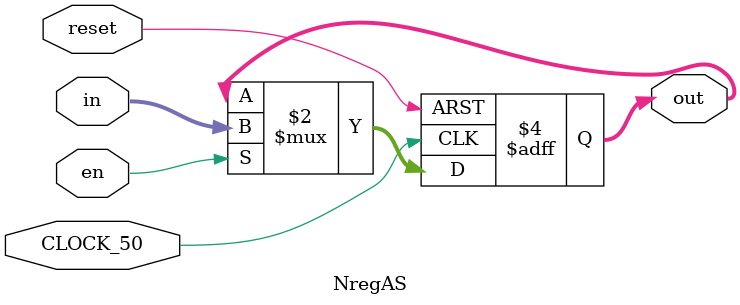
<source format=sv>
module NregAS ( in,out, en, reset , CLOCK_50);

parameter N = 2;

input CLOCK_50;
input logic [N-1:0] in;
input logic reset,en;
output logic [N-1:0] out;


always_ff@( posedge CLOCK_50, posedge reset) begin

if(reset)

out <= 0;

else if (en) 
out<=in; 

end 


endmodule
</source>
